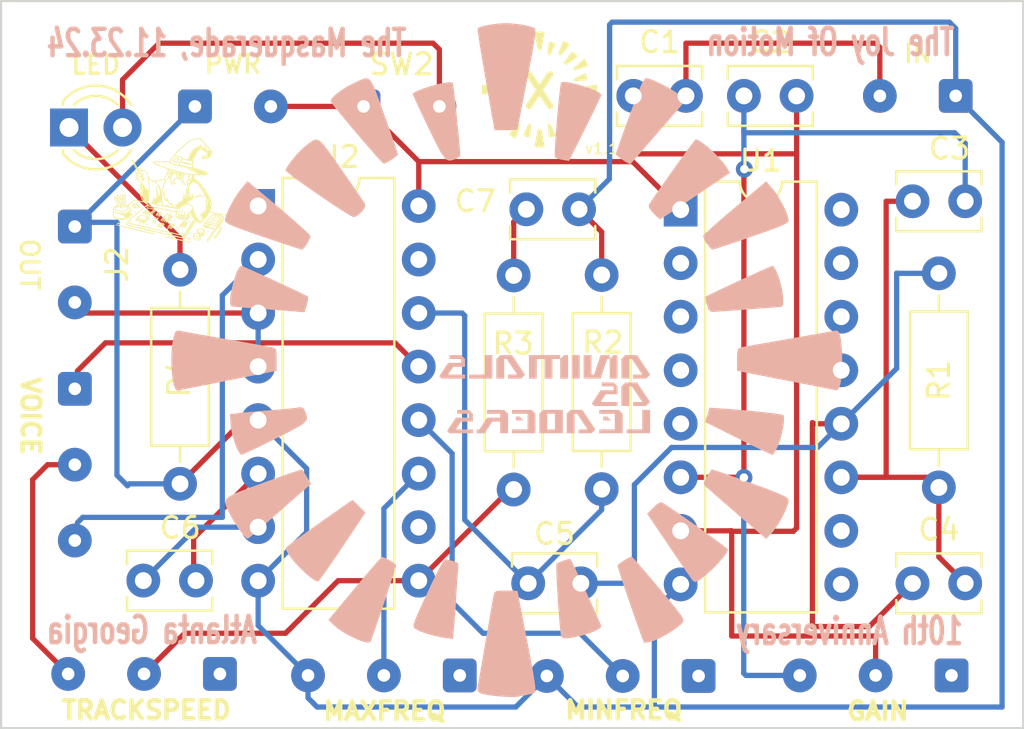
<source format=kicad_pcb>
(kicad_pcb (version 20211014) (generator pcbnew)
  (layers (0 "F.Cu" signal) (31 "B.Cu" signal) (34 "B.Paste" user) (35 "F.Paste" user) (36 "B.SilkS" user "B.Silkscreen") (37 "F.SilkS" user "F.Silkscreen") (38 "B.Mask" user) (39 "F.Mask" user) (44 "Edge.Cuts" user))
  (net 0 "")
  (net 1 "Net-(C2-Pad1)")
  (net 2 "Net-(C3-Pad1)")
  (net 3 "Net-(C4-Pad1)")
  (net 4 "Net-(C5-Pad2)")
  (net 5 "Net-(C6-Pad1)")
  (net 6 "Net-(C7-Pad1)")
  (net 7 "GND")
  (net 8 "Net-(C7-Pad2)")
  (net 10 "Net-(MAXFREQ1-Pad2)")
  (net 12 "Net-(SW1-Pad1)")
  (net 13 "Net-(SW1-Pad2)")
  (net 14 "Net-(SW1-Pad3)")
  (net 19 "+9V")
  (net 21 "Net-(C1-Pad2)")
  (net 22 "Net-(D1-Pad1)")
  (net 23 "/PWR")
  (net 24 "Net-(C1-Pad1)")
  (net 25 "Net-(MINFREQ1-Pad2)")
  (net 26 "Net-(R2-Pad1)")
  (net 27 "Net-(J2-PadT)")
  (footprint "Connector_Wire:SolderWire-0.1sqmm_1x03_P3.6mm_D0.4mm_OD1mm" (layer "F.Cu") (at 86.5 56.9 -90)
    (fp_text reference "SW1" hide)
    (fp_text value "VOICE" hide)
    (pad "1" thru_hole roundrect (at 0 0 270) (size 1.6 1.6) (drill 0.6) (layers *.Cu *.Mask) (roundrect_rratio 0.15625) (net 12 "Net-(SW1-Pad1)"))
    (pad "2" thru_hole circle (at 3.6 0 270) (size 1.6 1.6) (drill 0.6) (layers *.Cu *.Mask) (net 13 "Net-(SW1-Pad2)"))
    (pad "3" thru_hole circle (at 7.2 0 270) (size 1.6 1.6) (drill 0.6) (layers *.Cu *.Mask) (net 14 "Net-(SW1-Pad3)"))
  )
  (footprint "Capacitor_THT:C_Disc_D3.8mm_W2.6mm_P2.50mm" (layer "F.Cu") (at 110.425854 48.381619 180)
    (fp_text reference "C7" (at 4.925854 0.381619) (layer "F.SilkS"))
    (fp_text value "0.1uf")
    (pad "1" thru_hole circle (at 0 0 180) (size 1.6 1.6) (drill 0.8) (layers *.Cu *.Mask) (net 6 "Net-(C7-Pad1)"))
    (pad "2" thru_hole circle (at 2.5 0 180) (size 1.6 1.6) (drill 0.8) (layers *.Cu *.Mask) (net 8 "Net-(C7-Pad2)"))
  )
  (footprint "Resistor_THT:R_Axial_DIN0207_L6.3mm_D2.5mm_P10.16mm_Horizontal" (layer "F.Cu") (at 91.492552 51.247901 -90)
    (fp_text reference "R4" (at 5.08 0.035533 90) (layer "F.SilkS"))
    (fp_text value "1k")
    (pad "1" thru_hole circle (at 0 0 270) (size 1.6 1.6) (drill 0.8) (layers *.Cu *.Mask) (net 22 "Net-(D1-Pad1)"))
    (pad "2" thru_hole oval (at 10.16 0 270) (size 1.6 1.6) (drill 0.8) (layers *.Cu *.Mask) (net 7 "GND"))
  )
  (footprint "Capacitor_THT:C_Disc_D3.8mm_W2.6mm_P2.50mm" (layer "F.Cu") (at 108.013227 66.127946)
    (fp_text reference "C5" (at 1.25 -2.344113) (layer "F.SilkS"))
    (fp_text value "0.1uf")
    (pad "1" thru_hole circle (at 0 0) (size 1.6 1.6) (drill 0.8) (layers *.Cu *.Mask) (net 7 "GND"))
    (pad "2" thru_hole circle (at 2.5 0) (size 1.6 1.6) (drill 0.8) (layers *.Cu *.Mask) (net 4 "Net-(C5-Pad2)"))
  )
  (footprint "Connector_Wire:SolderWire-0.1sqmm_1x02_P3.6mm_D0.4mm_OD1mm" (layer "F.Cu") (at 128.3 43 180)
    (fp_text reference "J1" hide)
    (fp_text value "IN" (at 1.8 2) (layer "F.SilkS") (effects (font (size 0.85 0.85))))
    (pad "S" thru_hole roundrect (at 0 0 180) (size 1.6 1.6) (drill 0.6) (layers *.Cu *.Mask) (roundrect_rratio 0.15625) (net 7 "GND"))
    (pad "T" thru_hole circle (at 3.6 0 180) (size 1.6 1.6) (drill 0.6) (layers *.Cu *.Mask) (net 21 "Net-(C1-Pad2)"))
  )
  (footprint "Capacitor_THT:C_Disc_D3.8mm_W2.6mm_P2.50mm" (layer "F.Cu") (at 89.75 66)
    (fp_text reference "C6" (at 1.75 -2.5) (layer "F.SilkS"))
    (fp_text value "0.1uf")
    (pad "1" thru_hole circle (at 0 0) (size 1.6 1.6) (drill 0.8) (layers *.Cu *.Mask) (net 5 "Net-(C6-Pad1)"))
    (pad "2" thru_hole circle (at 2.5 0) (size 1.6 1.6) (drill 0.8) (layers *.Cu *.Mask) (net 3 "Net-(C4-Pad1)"))
  )
  (footprint "Capacitor_THT:C_Disc_D3.8mm_W2.6mm_P2.50mm" (layer "F.Cu") (at 126.25 66.131476)
    (fp_text reference "C4" (at 1.25 -2.55) (layer "F.SilkS"))
    (fp_text value "47pf")
    (pad "1" thru_hole circle (at 0 0) (size 1.6 1.6) (drill 0.8) (layers *.Cu *.Mask) (net 3 "Net-(C4-Pad1)"))
    (pad "2" thru_hole circle (at 2.5 0) (size 1.6 1.6) (drill 0.8) (layers *.Cu *.Mask) (net 2 "Net-(C3-Pad1)"))
  )
  (footprint "Connector_Wire:SolderWire-0.1sqmm_1x03_P3.6mm_D0.4mm_OD1mm" (layer "F.Cu") (at 93.385216 70.427824 180)
    (fp_text reference "TRKSPD1" hide)
    (fp_text value "1M")
    (pad "1" thru_hole roundrect (at 0 0 180) (size 1.6 1.6) (drill 0.6) (layers *.Cu *.Mask) (roundrect_rratio 0.15625))
    (pad "2" thru_hole circle (at 3.6 0 180) (size 1.6 1.6) (drill 0.6) (layers *.Cu *.Mask) (net 26 "Net-(R2-Pad1)"))
    (pad "3" thru_hole circle (at 7.2 0 180) (size 1.6 1.6) (drill 0.6) (layers *.Cu *.Mask) (net 13 "Net-(SW1-Pad2)"))
  )
  (footprint "Capacitor_THT:C_Disc_D3.8mm_W2.6mm_P2.50mm" (layer "F.Cu") (at 113 43)
    (fp_text reference "C1" (at 1.25 -2.55) (layer "F.SilkS"))
    (fp_text value "0.1uf")
    (pad "1" thru_hole circle (at 0 0) (size 1.6 1.6) (drill 0.8) (layers *.Cu *.Mask) (net 24 "Net-(C1-Pad1)"))
    (pad "2" thru_hole circle (at 2.5 0) (size 1.6 1.6) (drill 0.8) (layers *.Cu *.Mask) (net 21 "Net-(C1-Pad2)"))
  )
  (footprint "Package_DIP:DIP-16_W7.62mm" (layer "F.Cu") (at 115.249523 48.398835)
    (fp_text reference "U1" (at 3.81 -2.33) (layer "F.SilkS"))
    (fp_text value "4049")
    (pad "1" thru_hole rect (at 0 0) (size 1.6 1.6) (drill 0.8) (layers *.Cu *.Mask) (net 7 "GND"))
    (pad "2" thru_hole oval (at 0 2.54) (size 1.6 1.6) (drill 0.8) (layers *.Cu *.Mask))
    (pad "3" thru_hole oval (at 0 5.08) (size 1.6 1.6) (drill 0.8) (layers *.Cu *.Mask))
    (pad "4" thru_hole oval (at 0 7.62) (size 1.6 1.6) (drill 0.8) (layers *.Cu *.Mask))
    (pad "5" thru_hole oval (at 0 10.16) (size 1.6 1.6) (drill 0.8) (layers *.Cu *.Mask))
    (pad "6" thru_hole oval (at 0 12.7) (size 1.6 1.6) (drill 0.8) (layers *.Cu *.Mask) (net 1 "Net-(C2-Pad1)"))
    (pad "7" thru_hole oval (at 0 15.24) (size 1.6 1.6) (drill 0.8) (layers *.Cu *.Mask) (net 24 "Net-(C1-Pad1)"))
    (pad "8" thru_hole oval (at 0 17.78) (size 1.6 1.6) (drill 0.8) (layers *.Cu *.Mask) (net 19 "+9V"))
    (pad "9" thru_hole oval (at 7.62 17.78) (size 1.6 1.6) (drill 0.8) (layers *.Cu *.Mask))
    (pad "10" thru_hole oval (at 7.62 15.24) (size 1.6 1.6) (drill 0.8) (layers *.Cu *.Mask))
    (pad "11" thru_hole oval (at 7.62 12.7) (size 1.6 1.6) (drill 0.8) (layers *.Cu *.Mask) (net 2 "Net-(C3-Pad1)"))
    (pad "12" thru_hole oval (at 7.62 10.16) (size 1.6 1.6) (drill 0.8) (layers *.Cu *.Mask) (net 3 "Net-(C4-Pad1)"))
    (pad "13" thru_hole oval (at 7.62 7.62) (size 1.6 1.6) (drill 0.8) (layers *.Cu *.Mask))
    (pad "14" thru_hole oval (at 7.62 5.08) (size 1.6 1.6) (drill 0.8) (layers *.Cu *.Mask))
    (pad "15" thru_hole oval (at 7.62 2.54) (size 1.6 1.6) (drill 0.8) (layers *.Cu *.Mask))
    (pad "16" thru_hole oval (at 7.62 0) (size 1.6 1.6) (drill 0.8) (layers *.Cu *.Mask))
  )
  (footprint "Connector_Wire:SolderWire-0.1sqmm_1x02_P3.6mm_D0.4mm_OD1mm" (layer "F.Cu") (at 92.2 43.5)
    (fp_text reference "PWR" (at 1.8 -2) (layer "F.SilkS") (effects (font (size 0.85 0.85))))
    (fp_text value "DC IN")
    (pad "1" thru_hole roundrect (at 0 0) (size 1.6 1.6) (drill 0.6) (layers *.Cu *.Mask) (roundrect_rratio 0.15625) (net 7 "GND"))
    (pad "2" thru_hole circle (at 3.6 0) (size 1.6 1.6) (drill 0.6) (layers *.Cu *.Mask) (net 19 "+9V"))
  )
  (footprint "Connector_Wire:SolderWire-0.1sqmm_1x02_P3.6mm_D0.4mm_OD1mm" (layer "F.Cu") (at 100.2 43.5)
    (fp_text reference "SW2" (at 1.8 -2) (layer "F.SilkS"))
    (fp_text value "ON/OFF")
    (pad "1" thru_hole roundrect (at 0 0) (size 1.6 1.6) (drill 0.6) (layers *.Cu *.Mask) (roundrect_rratio 0.15625) (net 19 "+9V"))
    (pad "2" thru_hole circle (at 3.6 0) (size 1.6 1.6) (drill 0.6) (layers *.Cu *.Mask) (net 23 "/PWR"))
  )
  (footprint "Connector_Wire:SolderWire-0.1sqmm_1x03_P3.6mm_D0.4mm_OD1mm" (layer "F.Cu") (at 128.1 70.5 180)
    (fp_text reference "GAIN1" hide)
    (fp_text value "1M")
    (pad "1" thru_hole roundrect (at 0 0 180) (size 1.6 1.6) (drill 0.6) (layers *.Cu *.Mask) (roundrect_rratio 0.15625))
    (pad "2" thru_hole circle (at 3.6 0 180) (size 1.6 1.6) (drill 0.6) (layers *.Cu *.Mask) (net 24 "Net-(C1-Pad1)"))
    (pad "3" thru_hole circle (at 7.2 0 180) (size 1.6 1.6) (drill 0.6) (layers *.Cu *.Mask) (net 1 "Net-(C2-Pad1)"))
  )
  (footprint "Connector_Wire:SolderWire-0.1sqmm_1x03_P3.6mm_D0.4mm_OD1mm" (layer "F.Cu") (at 104.76671 70.5 180)
    (fp_text reference "MAXFREQ1" hide)
    (fp_text value "1M")
    (pad "1" thru_hole roundrect (at 0 0 180) (size 1.6 1.6) (drill 0.6) (layers *.Cu *.Mask) (roundrect_rratio 0.15625))
    (pad "2" thru_hole circle (at 3.6 0 180) (size 1.6 1.6) (drill 0.6) (layers *.Cu *.Mask) (net 10 "Net-(MAXFREQ1-Pad2)"))
    (pad "3" thru_hole circle (at 7.2 0 180) (size 1.6 1.6) (drill 0.6) (layers *.Cu *.Mask) (net 7 "GND"))
  )
  (footprint "Capacitor_THT:C_Disc_D3.8mm_W2.6mm_P2.50mm" (layer "F.Cu") (at 118.25 43)
    (fp_text reference "C2" (at 1.25 -2.55) (layer "F.SilkS"))
    (fp_text value "47pf")
    (pad "1" thru_hole circle (at 0 0) (size 1.6 1.6) (drill 0.8) (layers *.Cu *.Mask) (net 1 "Net-(C2-Pad1)"))
    (pad "2" thru_hole circle (at 2.5 0) (size 1.6 1.6) (drill 0.8) (layers *.Cu *.Mask) (net 24 "Net-(C1-Pad1)"))
  )
  (footprint "Resistor_THT:R_Axial_DIN0207_L6.3mm_D2.5mm_P10.16mm_Horizontal" (layer "F.Cu") (at 111.5 51.5 -90)
    (fp_text reference "R2" (at 3.2 -0.05 180) (layer "F.SilkS"))
    (fp_text value "100K" hide)
    (pad "1" thru_hole circle (at 0 0 270) (size 1.6 1.6) (drill 0.8) (layers *.Cu *.Mask) (net 26 "Net-(R2-Pad1)"))
    (pad "2" thru_hole oval (at 10.16 0 270) (size 1.6 1.6) (drill 0.8) (layers *.Cu *.Mask) (net 4 "Net-(C5-Pad2)"))
  )
  (footprint "images:wizard_small" (layer "F.Cu") (at 91 47.5)
    (fp_text reference "G***" hide)
    (fp_text value "LOGO" hide)
  )
  (footprint "Connector_Wire:SolderWire-0.1sqmm_1x02_P3.6mm_D0.4mm_OD1mm" (layer "F.Cu") (at 86.5 49.2 -90)
    (fp_text reference "J2" (at 1.8 -2 90) (layer "F.SilkS"))
    (fp_text value "OUT" (at 1.8 2.15 -90 unlocked) (layer "F.SilkS") (effects (font (size 0.85 0.85))))
    (pad "S" thru_hole roundrect (at 0 0 270) (size 1.6 1.6) (drill 0.6) (layers *.Cu *.Mask) (roundrect_rratio 0.15625) (net 7 "GND"))
    (pad "T" thru_hole circle (at 3.6 0 270) (size 1.6 1.6) (drill 0.6) (layers *.Cu *.Mask) (net 27 "Net-(J2-PadT)"))
  )
  (footprint "Resistor_THT:R_Axial_DIN0207_L6.3mm_D2.5mm_P10.16mm_Horizontal" (layer "F.Cu") (at 127.5 51.42 -90)
    (fp_text reference "R1" (at 5.08 0.002177 90) (layer "F.SilkS"))
    (fp_text value "100K")
    (pad "1" thru_hole circle (at 0 0 270) (size 1.6 1.6) (drill 0.8) (layers *.Cu *.Mask) (net 3 "Net-(C4-Pad1)"))
    (pad "2" thru_hole oval (at 10.16 0 270) (size 1.6 1.6) (drill 0.8) (layers *.Cu *.Mask) (net 2 "Net-(C3-Pad1)"))
  )
  (footprint "Package_DIP:DIP-16_W7.62mm" (layer "F.Cu") (at 95.2 48.224469)
    (fp_text reference "U2" (at 3.81 -2.33) (layer "F.SilkS"))
    (fp_text value "4046")
    (pad "1" thru_hole rect (at 0 0) (size 1.6 1.6) (drill 0.8) (layers *.Cu *.Mask))
    (pad "2" thru_hole oval (at 0 2.54) (size 1.6 1.6) (drill 0.8) (layers *.Cu *.Mask) (net 14 "Net-(SW1-Pad3)"))
    (pad "3" thru_hole oval (at 0 5.08) (size 1.6 1.6) (drill 0.8) (layers *.Cu *.Mask) (net 27 "Net-(J2-PadT)"))
    (pad "4" thru_hole oval (at 0 7.62) (size 1.6 1.6) (drill 0.8) (layers *.Cu *.Mask) (net 27 "Net-(J2-PadT)"))
    (pad "5" thru_hole oval (at 0 10.16) (size 1.6 1.6) (drill 0.8) (layers *.Cu *.Mask) (net 7 "GND"))
    (pad "6" thru_hole oval (at 0 12.7) (size 1.6 1.6) (drill 0.8) (layers *.Cu *.Mask) (net 8 "Net-(C7-Pad2)"))
    (pad "7" thru_hole oval (at 0 15.24) (size 1.6 1.6) (drill 0.8) (layers *.Cu *.Mask) (net 6 "Net-(C7-Pad1)"))
    (pad "8" thru_hole oval (at 0 17.78) (size 1.6 1.6) (drill 0.8) (layers *.Cu *.Mask) (net 7 "GND"))
    (pad "9" thru_hole oval (at 7.62 17.78) (size 1.6 1.6) (drill 0.8) (layers *.Cu *.Mask) (net 26 "Net-(R2-Pad1)"))
    (pad "10" thru_hole oval (at 7.62 15.24) (size 1.6 1.6) (drill 0.8) (layers *.Cu *.Mask))
    (pad "11" thru_hole oval (at 7.62 12.7) (size 1.6 1.6) (drill 0.8) (layers *.Cu *.Mask) (net 10 "Net-(MAXFREQ1-Pad2)"))
    (pad "12" thru_hole oval (at 7.62 10.16) (size 1.6 1.6) (drill 0.8) (layers *.Cu *.Mask) (net 25 "Net-(MINFREQ1-Pad2)"))
    (pad "13" thru_hole oval (at 7.62 7.62) (size 1.6 1.6) (drill 0.8) (layers *.Cu *.Mask) (net 12 "Net-(SW1-Pad1)"))
    (pad "14" thru_hole oval (at 7.62 5.08) (size 1.6 1.6) (drill 0.8) (layers *.Cu *.Mask) (net 5 "Net-(C6-Pad1)"))
    (pad "15" thru_hole oval (at 7.62 2.54) (size 1.6 1.6) (drill 0.8) (layers *.Cu *.Mask))
    (pad "16" thru_hole oval (at 7.62 0) (size 1.6 1.6) (drill 0.8) (layers *.Cu *.Mask) (net 19 "+9V"))
  )
  (footprint "Capacitor_THT:C_Disc_D3.8mm_W2.6mm_P2.50mm" (layer "F.Cu") (at 126.25 48)
    (fp_text reference "C3" (at 1.75 -2.5) (layer "F.SilkS"))
    (fp_text value "0.1uf")
    (pad "1" thru_hole circle (at 0 0) (size 1.6 1.6) (drill 0.8) (layers *.Cu *.Mask) (net 2 "Net-(C3-Pad1)"))
    (pad "2" thru_hole circle (at 2.5 0) (size 1.6 1.6) (drill 0.8) (layers *.Cu *.Mask) (net 1 "Net-(C2-Pad1)"))
  )
  (footprint "LED_THT:LED_D3.0mm" (layer "F.Cu") (at 86.225 44.5)
    (fp_text reference "LED" (at 1.27 -2.96) (layer "F.SilkS") (effects (font (size 0.85 0.85))))
    (fp_text value "LED")
    (pad "1" thru_hole rect (at 0 0) (size 1.8 1.8) (drill 0.9) (layers *.Cu *.Mask) (net 22 "Net-(D1-Pad1)"))
    (pad "2" thru_hole circle (at 2.54 0) (size 1.8 1.8) (drill 0.9) (layers *.Cu *.Mask) (net 23 "/PWR"))
  )
  (footprint "a_images:aal_7mm" (layer "F.Cu") (at 108.55 42.7)
    (fp_text reference "G***" hide)
    (fp_text value "LOGO" hide)
  )
  (footprint "Connector_Wire:SolderWire-0.1sqmm_1x03_P3.6mm_D0.4mm_OD1mm" (layer "F.Cu") (at 116.099485 70.525378 180)
    (fp_text reference "MINFREQ1" hide)
    (fp_text value "1M")
    (pad "1" thru_hole roundrect (at 0 0 180) (size 1.6 1.6) (drill 0.6) (layers *.Cu *.Mask) (roundrect_rratio 0.15625))
    (pad "2" thru_hole circle (at 3.6 0 180) (size 1.6 1.6) (drill 0.6) (layers *.Cu *.Mask) (net 25 "Net-(MINFREQ1-Pad2)"))
    (pad "3" thru_hole circle (at 7.2 0 180) (size 1.6 1.6) (drill 0.6) (layers *.Cu *.Mask) (net 7 "GND"))
  )
  (footprint "Resistor_THT:R_Axial_DIN0207_L6.3mm_D2.5mm_P10.16mm_Horizontal" (layer "F.Cu") (at 107.324339 61.678326 90)
    (fp_text reference "R3" (at 6.928326 -0.024339 180) (layer "F.SilkS"))
    (fp_text value "100K" hide)
    (pad "1" thru_hole circle (at 0 0 90) (size 1.6 1.6) (drill 0.8) (layers *.Cu *.Mask) (net 7 "GND"))
    (pad "2" thru_hole oval (at 10.16 0 90) (size 1.6 1.6) (drill 0.8) (layers *.Cu *.Mask) (net 5 "Net-(C6-Pad1)"))
  )
  (footprint "a_images:aal_10mm" (layer "B.Cu") (at 108.8 57.15 180)
    (fp_text reference "G***" hide)
    (fp_text value "LOGO" hide)
  )
  (footprint "a_images:aal_40mm" (layer "B.Cu") (at 107 55.55 180)
    (fp_text reference "G***" hide)
    (fp_text value "LOGO" hide)
  )
  (gr_rect (start 83 38.5) (end 131.5 73) (layer "Edge.Cuts") (width 0.1) (fill none))
  (gr_text "The Joy Of Motion" (at 122.35 40.45) (layer "B.SilkS") (effects (font (size 1.25 0.85) (thickness 0.2125)) (justify mirror)))
  (gr_text "Atlanta Georgia" (at 90.15 68.35) (layer "B.SilkS") (effects (font (size 1.25 0.85) (thickness 0.2125)) (justify mirror)))
  (gr_text "10th Anniversary" (at 123.25 68.4) (layer "B.SilkS") (effects (font (size 1.25 0.85) (thickness 0.2125)) (justify mirror)))
  (gr_text "The Masquerade, 11.23.24" (at 93.7 40.5) (layer "B.SilkS") (effects (font (size 1.25 0.85) (thickness 0.2125)) (justify mirror)))
  (gr_text "VOICE" (at 84.4 58.2 270) (layer "F.SilkS") (effects (font (size 0.85 0.85) (thickness 0.2125))))
  (gr_text "v1.1" (at 111.5 45.5) (layer "F.SilkS") (effects (font (size 0.5 0.5) (thickness 0.075))))
  (gr_text "MAXFREQ" (at 101.2 72.2) (layer "F.SilkS") (effects (font (size 0.85 0.85) (thickness 0.2125))))
  (gr_text "MINFREQ" (at 112.55 72.15) (layer "F.SilkS") (effects (font (size 0.85 0.85) (thickness 0.2125))))
  (gr_text "X" (at 108.55 42.8) (layer "F.SilkS") (effects (font (size 1.5 1.5) (thickness 0.3))))
  (gr_text "GAIN" (at 124.6 72.2) (layer "F.SilkS") (effects (font (size 0.85 0.85) (thickness 0.2125))))
  (gr_text "TRACKSPEED\n" (at 89.9 72.15) (layer "F.SilkS") (effects (font (size 0.85 0.85) (thickness 0.2125))))
  (segment (start 115.249523 61.098835) (end 118.23932 61.098835) (width 0.25) (layer "F.Cu") (net 1))
  (segment (start 118.25 46.493602) (end 118.269102 46.4745) (width 0.25) (layer "F.Cu") (net 1))
  (segment (start 118.25 61.109515) (end 118.25 46.493602) (width 0.25) (layer "F.Cu") (net 1))
  (segment (start 118.23932 61.098835) (end 118.25 61.109515) (width 0.25) (layer "F.Cu") (net 1))
  (via (at 118.25 61.109515) (size 0.8) (drill 0.4) (layers "F.Cu" "B.Cu") (net 1))
  (via (at 118.269102 46.4745) (size 0.8) (drill 0.4) (layers "F.Cu" "B.Cu") (net 1))
  (segment (start 128.25 44.75) (end 118.25 44.75) (width 0.25) (layer "B.Cu") (net 1))
  (segment (start 118.25 43) (end 118.25 44.25) (width 0.25) (layer "B.Cu") (net 1))
  (segment (start 118.241985 61.11753) (end 118.241985 70.39658) (width 0.25) (layer "B.Cu") (net 1))
  (segment (start 118.25 46.455398) (end 118.25 44.25) (width 0.25) (layer "B.Cu") (net 1))
  (segment (start 118.269102 46.4745) (end 118.25 46.455398) (width 0.25) (layer "B.Cu") (net 1))
  (segment (start 128.75 48) (end 128.75 45.25) (width 0.25) (layer "B.Cu") (net 1))
  (segment (start 128.75 45.25) (end 128.25 44.75) (width 0.25) (layer "B.Cu") (net 1))
  (segment (start 118.345405 70.5) (end 120.9 70.5) (width 0.25) (layer "B.Cu") (net 1))
  (segment (start 118.25 44.25) (end 118.25 44.75) (width 0.25) (layer "B.Cu") (net 1))
  (segment (start 118.241985 70.39658) (end 118.345405 70.5) (width 0.25) (layer "B.Cu") (net 1))
  (segment (start 124.901165 61.098835) (end 122.869523 61.098835) (width 0.25) (layer "F.Cu") (net 2))
  (segment (start 127.5 64.881476) (end 128.75 66.131476) (width 0.25) (layer "F.Cu") (net 2))
  (segment (start 126.25 48) (end 125 48) (width 0.25) (layer "F.Cu") (net 2))
  (segment (start 127.018835 61.098835) (end 127.5 61.58) (width 0.25) (layer "F.Cu") (net 2))
  (segment (start 125 48) (end 125 61) (width 0.25) (layer "F.Cu") (net 2))
  (segment (start 125 61) (end 124.901165 61.098835) (width 0.25) (layer "F.Cu") (net 2))
  (segment (start 127.5 61.58) (end 127.5 64.881476) (width 0.25) (layer "F.Cu") (net 2))
  (segment (start 122.869523 61.098835) (end 127.018835 61.098835) (width 0.25) (layer "F.Cu") (net 2))
  (segment (start 124.200669 68.180807) (end 121.5 68.180807) (width 0.25) (layer "F.Cu") (net 3))
  (segment (start 121.558835 58.558835) (end 122.869523 58.558835) (width 0.25) (layer "F.Cu") (net 3))
  (segment (start 121.5 68.180807) (end 121.5 58.5) (width 0.25) (layer "F.Cu") (net 3))
  (segment (start 126.25 66.131476) (end 124.200669 68.180807) (width 0.25) (layer "F.Cu") (net 3))
  (segment (start 125.497204 55.931154) (end 125.497204 51.412829) (width 0.25) (layer "B.Cu") (net 3))
  (segment (start 125.497204 51.412829) (end 125.504375 51.42) (width 0.25) (layer "B.Cu") (net 3))
  (segment (start 122.869523 58.558835) (end 125.497204 55.931154) (width 0.25) (layer "B.Cu") (net 3))
  (segment (start 113.036628 66.127946) (end 110.513227 66.127946) (width 0.25) (layer "B.Cu") (net 3))
  (segment (start 121.745012 59.683346) (end 114.816654 59.683346) (width 0.25) (layer "B.Cu") (net 3))
  (segment (start 125.504375 51.42) (end 127.5 51.42) (width 0.25) (layer "B.Cu") (net 3))
  (segment (start 113.053723 66.110851) (end 113.036628 66.127946) (width 0.25) (layer "B.Cu") (net 3))
  (segment (start 114.816654 59.683346) (end 113.053723 61.446277) (width 0.25) (layer "B.Cu") (net 3))
  (segment (start 113.053723 61.446277) (end 113.053723 66.110851) (width 0.25) (layer "B.Cu") (net 3))
  (segment (start 122.869523 58.558835) (end 121.745012 59.683346) (width 0.25) (layer "B.Cu") (net 3))
  (segment (start 105 63.114719) (end 105 53.427527) (width 0.25) (layer "B.Cu") (net 5))
  (segment (start 108.013227 66.127946) (end 105 63.114719) (width 0.25) (layer "B.Cu") (net 5))
  (segment (start 108.013227 66.127946) (end 111.5 62.641173) (width 0.25) (layer "B.Cu") (net 5))
  (segment (start 111.5 62.641173) (end 111.5 61.66) (width 0.25) (layer "B.Cu") (net 5))
  (segment (start 105 53.427527) (end 104.876942 53.304469) (width 0.25) (layer "B.Cu") (net 5))
  (segment (start 104.876942 53.304469) (end 102.82 53.304469) (width 0.25) (layer "B.Cu") (net 5))
  (segment (start 95.2 63.464469) (end 92.285531 63.464469) (width 0.25) (layer "B.Cu") (net 6))
  (segment (start 92.285531 63.464469) (end 89.75 66) (width 0.25) (layer "B.Cu") (net 6))
  (segment (start 94.515984 58.384469) (end 95.2 58.384469) (width 0.25) (layer "F.Cu") (net 7))
  (segment (start 111.5 51.5) (end 111.5 49.455765) (width 0.25) (layer "F.Cu") (net 7))
  (segment (start 111.5 49.455765) (end 110.425854 48.381619) (width 0.25) (layer "F.Cu") (net 7))
  (segment (start 91.492552 61.407901) (end 94.515984 58.384469) (width 0.25) (layer "F.Cu") (net 7))
  (segment (start 89.092099 61.407901) (end 89 61.5) (width 0.25) (layer "B.Cu") (net 7))
  (segment (start 88.5 49) (end 86.7 49) (width 0.25) (layer "B.Cu") (net 7))
  (segment (start 95.2 66.004469) (end 95.2 68.13329) (width 0.25) (layer "B.Cu") (net 7))
  (segment (start 130.5 45.2) (end 128.3 43) (width 0.25) (layer "B.Cu") (net 7))
  (segment (start 98 72) (end 107.424863 72) (width 0.25) (layer "B.Cu") (net 7))
  (segment (start 115.249523 66.178835) (end 114 67.428358) (width 0.25) (layer "B.Cu") (net 7))
  (segment (start 86.7 49) (end 86.5 49.2) (width 0.25) (layer "B.Cu") (net 7))
  (segment (start 97.56671 71.56671) (end 98 72) (width 0.25) (layer "B.Cu") (net 7))
  (segment (start 128.3 39.8) (end 128 39.5) (width 0.25) (layer "B.Cu") (net 7))
  (segment (start 88.5 61) (end 88.5 49) (width 0.25) (layer "B.Cu") (net 7))
  (segment (start 107.424863 72) (end 108.899485 70.525378) (width 0.25) (layer "B.Cu") (net 7))
  (segment (start 92.2 43.5) (end 86.5 49.2) (width 0.25) (layer "B.Cu") (net 7))
  (segment (start 108.899485 70.525378) (end 110.374107 72) (width 0.25) (layer "B.Cu") (net 7))
  (segment (start 111.865172 46.082686) (end 111.865172 46.942301) (width 0.25) (layer "B.Cu") (net 7))
  (segment (start 97.5 60.684469) (end 95.2 58.384469) (width 0.25) (layer "B.Cu") (net 7))
  (segment (start 114 67.428358) (end 114 72) (width 0.25) (layer "B.Cu") (net 7))
  (segment (start 128 39.5) (end 112 39.5) (width 0.25) (layer "B.Cu") (net 7))
  (segment (start 95.2 66.004469) (end 97.5 63.704469) (width 0.25) (layer "B.Cu") (net 7))
  (segment (start 89 61.5) (end 88.5 61) (width 0.25) (layer "B.Cu") (net 7))
  (segment (start 130.5 72) (end 130.5 45.2) (width 0.25) (layer "B.Cu") (net 7))
  (segment (start 91.492552 61.407901) (end 89.092099 61.407901) (width 0.25) (layer "B.Cu") (net 7))
  (segment (start 111.865172 46.942301) (end 110.425854 48.381619) (width 0.25) (layer "B.Cu") (net 7))
  (segment (start 111.875489 46.072369) (end 111.865172 46.082686) (width 0.25) (layer "B.Cu") (net 7))
  (segment (start 114 72) (end 130.5 72) (width 0.25) (layer "B.Cu") (net 7))
  (segment (start 112 39.5) (end 111.875489 39.624511) (width 0.25) (layer "B.Cu") (net 7))
  (segment (start 110.374107 72) (end 114 72) (width 0.25) (layer "B.Cu") (net 7))
  (segment (start 111.875489 39.624511) (end 111.875489 46.072369) (width 0.25) (layer "B.Cu") (net 7))
  (segment (start 128.3 43) (end 128.3 39.8) (width 0.25) (layer "B.Cu") (net 7))
  (segment (start 95.2 68.13329) (end 97.56671 70.5) (width 0.25) (layer "B.Cu") (net 7))
  (segment (start 97.56671 70.5) (end 97.56671 71.56671) (width 0.25) (layer "B.Cu") (net 7))
  (segment (start 97.5 63.704469) (end 97.5 60.684469) (width 0.25) (layer "B.Cu") (net 7))
  (segment (start 107.324339 51.518326) (end 107.324339 48.983134) (width 0.25) (layer "F.Cu") (net 8))
  (segment (start 107.324339 48.983134) (end 107.925854 48.381619) (width 0.25) (layer "F.Cu") (net 8))
  (segment (start 92.139375 63.985094) (end 92.139375 65.889376) (width 0.25) (layer "F.Cu") (net 8))
  (segment (start 95.2 60.924469) (end 92.139375 63.985094) (width 0.25) (layer "F.Cu") (net 8))
  (segment (start 102.82 60.924469) (end 101.16671 62.577759) (width 0.25) (layer "B.Cu") (net 10))
  (segment (start 101.16671 62.577759) (end 101.16671 70.5) (width 0.25) (layer "B.Cu") (net 10))
  (segment (start 101.695489 54.719958) (end 87.955173 54.719958) (width 0.25) (layer "F.Cu") (net 12))
  (segment (start 102.82 55.844469) (end 101.695489 54.719958) (width 0.25) (layer "F.Cu") (net 12))
  (segment (start 87.955173 54.719958) (end 86.623305 56.051826) (width 0.25) (layer "F.Cu") (net 12))
  (segment (start 84.5 68.742608) (end 86.185216 70.427824) (width 0.25) (layer "F.Cu") (net 13))
  (segment (start 85.208172 60.5) (end 84.5 61.208172) (width 0.25) (layer "F.Cu") (net 13))
  (segment (start 86.5 60.5) (end 85.208172 60.5) (width 0.25) (layer "F.Cu") (net 13))
  (segment (start 84.5 61.208172) (end 84.5 68.742608) (width 0.25) (layer "F.Cu") (net 13))
  (segment (start 86.875131 63) (end 86.623305 63.251826) (width 0.25) (layer "B.Cu") (net 14))
  (segment (start 93.5 52.464469) (end 93.5 63) (width 0.25) (layer "B.Cu") (net 14))
  (segment (start 95.2 50.764469) (end 93.5 52.464469) (width 0.25) (layer "B.Cu") (net 14))
  (segment (start 93.5 63) (end 86.875131 63) (width 0.25) (layer "B.Cu") (net 14))
  (segment (start 112.970688 46.12) (end 102.82 46.12) (width 0.25) (layer "F.Cu") (net 19))
  (segment (start 100.2 43.5) (end 95.8 43.5) (width 0.25) (layer "F.Cu") (net 19))
  (segment (start 102.82 46.12) (end 100.2 43.5) (width 0.25) (layer "F.Cu") (net 19))
  (segment (start 102.82 48.224469) (end 102.82 46.12) (width 0.25) (layer "F.Cu") (net 19))
  (segment (start 115.249523 48.398835) (end 112.970688 46.12) (width 0.25) (layer "F.Cu") (net 19))
  (segment (start 124.7 43) (end 124.7 40.7) (width 0.25) (layer "F.Cu") (net 21))
  (segment (start 124.5 40.5) (end 115.5 40.5) (width 0.25) (layer "F.Cu") (net 21))
  (segment (start 124.7 40.7) (end 124.5 40.5) (width 0.25) (layer "F.Cu") (net 21))
  (segment (start 115.5 40.5) (end 115.5 43) (width 0.25) (layer "F.Cu") (net 21))
  (segment (start 91.492552 49.767552) (end 86.225 44.5) (width 0.25) (layer "F.Cu") (net 22))
  (segment (start 91.492552 51.247901) (end 91.492552 49.767552) (width 0.25) (layer "F.Cu") (net 22))
  (segment (start 88.765 44.5) (end 88.765 42.235) (width 0.25) (layer "F.Cu") (net 23))
  (segment (start 103.5 40.5) (end 103.8 40.8) (width 0.25) (layer "F.Cu") (net 23))
  (segment (start 88.765 42.235) (end 90.5 40.5) (width 0.25) (layer "F.Cu") (net 23))
  (segment (start 103.8 40.8) (end 103.8 43.5) (width 0.25) (layer "F.Cu") (net 23))
  (segment (start 90.5 40.5) (end 103.5 40.5) (width 0.25) (layer "F.Cu") (net 23))
  (segment (start 124.461188 68.630327) (end 124.5 68.669139) (width 0.25) (layer "F.Cu") (net 24))
  (segment (start 120.75 45.75) (end 120.75 63.506505) (width 0.25) (layer "F.Cu") (net 24))
  (segment (start 120.75 43) (end 120.75 45.75) (width 0.25) (layer "F.Cu") (net 24))
  (segment (start 113 43) (end 113 45.5) (width 0.25) (layer "F.Cu") (net 24))
  (segment (start 117.669818 63.654964) (end 117.669818 68.630327) (width 0.25) (layer "F.Cu") (net 24))
  (segment (start 117.644942 63.630088) (end 117.669818 63.654964) (width 0.25) (layer "F.Cu") (net 24))
  (segment (start 120.75 63.506505) (end 120.594835 63.66167) (width 0.25) (layer "F.Cu") (net 24))
  (segment (start 120.594835 63.66167) (end 117.676524 63.66167) (width 0.25) (layer "F.Cu") (net 24))
  (segment (start 115.249523 63.638835) (end 117.636195 63.638835) (width 0.25) (layer "F.Cu") (net 24))
  (segment (start 117.636195 63.638835) (end 117.644942 63.630088) (width 0.25) (layer "F.Cu") (net 24))
  (segment (start 124.5 68.669139) (end 124.5 70.5) (width 0.25) (layer "F.Cu") (net 24))
  (segment (start 117.676524 63.66167) (end 117.669818 63.654964) (width 0.25) (layer "F.Cu") (net 24))
  (segment (start 117.669818 68.630327) (end 124.461188 68.630327) (width 0.25) (layer "F.Cu") (net 24))
  (segment (start 113.25 45.75) (end 120.75 45.75) (width 0.25) (layer "F.Cu") (net 24))
  (segment (start 113 45.5) (end 113.25 45.75) (width 0.25) (layer "F.Cu") (net 24))
  (segment (start 104.404482 67.033344) (end 105.871138 68.5) (width 0.25) (layer "B.Cu") (net 25))
  (segment (start 102.82 58.384469) (end 104.404482 59.968951) (width 0.25) (layer "B.Cu") (net 25))
  (segment (start 105.871138 68.5) (end 110.474107 68.5) (width 0.25) (layer "B.Cu") (net 25))
  (segment (start 110.474107 68.5) (end 112.499485 70.525378) (width 0.25) (layer "B.Cu") (net 25))
  (segment (start 104.404482 59.968951) (end 104.404482 67.033344) (width 0.25) (layer "B.Cu") (net 25))
  (segment (start 91.71304 68.5) (end 89.785216 70.427824) (width 0.25) (layer "F.Cu") (net 26))
  (segment (start 102.82 66.004469) (end 107.146143 61.678326) (width 0.25) (layer "F.Cu") (net 26))
  (segment (start 98.995531 66.004469) (end 96.5 68.5) (width 0.25) (layer "F.Cu") (net 26))
  (segment (start 102.82 66.004469) (end 98.995531 66.004469) (width 0.25) (layer "F.Cu") (net 26))
  (segment (start 96.5 68.5) (end 91.71304 68.5) (width 0.25) (layer "F.Cu") (net 26))
  (segment (start 107.146143 61.678326) (end 107.324339 61.678326) (width 0.25) (layer "F.Cu") (net 26))
  (segment (start 87.004469 53.304469) (end 86.5 52.8) (width 0.25) (layer "F.Cu") (net 27))
  (segment (start 95.2 53.304469) (end 87.004469 53.304469) (width 0.25) (layer "F.Cu") (net 27))
  (segment (start 95.2 53.304469) (end 95.2 55.844469) (width 0.25) (layer "B.Cu") (net 27))
)
</source>
